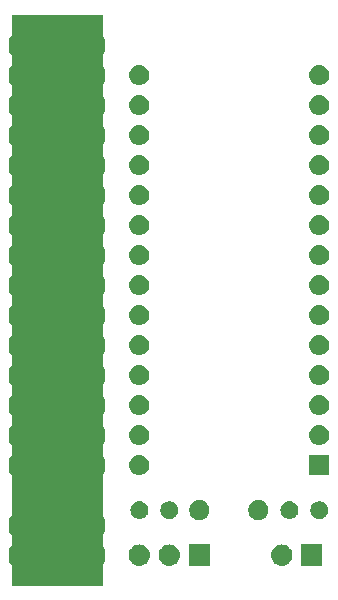
<source format=gbs>
G04 #@! TF.GenerationSoftware,KiCad,Pcbnew,(5.1.2-1)-1*
G04 #@! TF.CreationDate,2022-05-30T01:02:16+02:00*
G04 #@! TF.ProjectId,cart28p,63617274-3238-4702-9e6b-696361645f70,rev?*
G04 #@! TF.SameCoordinates,Original*
G04 #@! TF.FileFunction,Soldermask,Bot*
G04 #@! TF.FilePolarity,Negative*
%FSLAX46Y46*%
G04 Gerber Fmt 4.6, Leading zero omitted, Abs format (unit mm)*
G04 Created by KiCad (PCBNEW (5.1.2-1)-1) date 2022-05-30 01:02:16*
%MOMM*%
%LPD*%
G04 APERTURE LIST*
%ADD10C,0.100000*%
%ADD11C,0.150000*%
G04 APERTURE END LIST*
D10*
G36*
X55880000Y-27940000D02*
G01*
X55880000Y-76200000D01*
X63500000Y-76200000D01*
X63500000Y-27940000D01*
X55880000Y-27940000D01*
G37*
X55880000Y-27940000D02*
X55880000Y-76200000D01*
X63500000Y-76200000D01*
X63500000Y-27940000D01*
X55880000Y-27940000D01*
D11*
G36*
X82181000Y-74561000D02*
G01*
X80379000Y-74561000D01*
X80379000Y-72759000D01*
X82181000Y-72759000D01*
X82181000Y-74561000D01*
X82181000Y-74561000D01*
G37*
G36*
X78850442Y-72765518D02*
G01*
X78916627Y-72772037D01*
X79086466Y-72823557D01*
X79242991Y-72907222D01*
X79253087Y-72915508D01*
X79380186Y-73019814D01*
X79463448Y-73121271D01*
X79492778Y-73157009D01*
X79576443Y-73313534D01*
X79627963Y-73483373D01*
X79645359Y-73660000D01*
X79627963Y-73836627D01*
X79576443Y-74006466D01*
X79492778Y-74162991D01*
X79465694Y-74195993D01*
X79380186Y-74300186D01*
X79292902Y-74371817D01*
X79242991Y-74412778D01*
X79086466Y-74496443D01*
X78916627Y-74547963D01*
X78850442Y-74554482D01*
X78784260Y-74561000D01*
X78695740Y-74561000D01*
X78629558Y-74554482D01*
X78563373Y-74547963D01*
X78393534Y-74496443D01*
X78237009Y-74412778D01*
X78187098Y-74371817D01*
X78099814Y-74300186D01*
X78014306Y-74195993D01*
X77987222Y-74162991D01*
X77903557Y-74006466D01*
X77852037Y-73836627D01*
X77834641Y-73660000D01*
X77852037Y-73483373D01*
X77903557Y-73313534D01*
X77987222Y-73157009D01*
X78016552Y-73121271D01*
X78099814Y-73019814D01*
X78226913Y-72915508D01*
X78237009Y-72907222D01*
X78393534Y-72823557D01*
X78563373Y-72772037D01*
X78629558Y-72765518D01*
X78695740Y-72759000D01*
X78784260Y-72759000D01*
X78850442Y-72765518D01*
X78850442Y-72765518D01*
G37*
G36*
X72656000Y-74561000D02*
G01*
X70854000Y-74561000D01*
X70854000Y-72759000D01*
X72656000Y-72759000D01*
X72656000Y-74561000D01*
X72656000Y-74561000D01*
G37*
G36*
X69325442Y-72765518D02*
G01*
X69391627Y-72772037D01*
X69561466Y-72823557D01*
X69717991Y-72907222D01*
X69728087Y-72915508D01*
X69855186Y-73019814D01*
X69938448Y-73121271D01*
X69967778Y-73157009D01*
X70051443Y-73313534D01*
X70102963Y-73483373D01*
X70120359Y-73660000D01*
X70102963Y-73836627D01*
X70051443Y-74006466D01*
X69967778Y-74162991D01*
X69940694Y-74195993D01*
X69855186Y-74300186D01*
X69767902Y-74371817D01*
X69717991Y-74412778D01*
X69561466Y-74496443D01*
X69391627Y-74547963D01*
X69325442Y-74554482D01*
X69259260Y-74561000D01*
X69170740Y-74561000D01*
X69104558Y-74554482D01*
X69038373Y-74547963D01*
X68868534Y-74496443D01*
X68712009Y-74412778D01*
X68662098Y-74371817D01*
X68574814Y-74300186D01*
X68489306Y-74195993D01*
X68462222Y-74162991D01*
X68378557Y-74006466D01*
X68327037Y-73836627D01*
X68309641Y-73660000D01*
X68327037Y-73483373D01*
X68378557Y-73313534D01*
X68462222Y-73157009D01*
X68491552Y-73121271D01*
X68574814Y-73019814D01*
X68701913Y-72915508D01*
X68712009Y-72907222D01*
X68868534Y-72823557D01*
X69038373Y-72772037D01*
X69104558Y-72765518D01*
X69170740Y-72759000D01*
X69259260Y-72759000D01*
X69325442Y-72765518D01*
X69325442Y-72765518D01*
G37*
G36*
X66785442Y-72765518D02*
G01*
X66851627Y-72772037D01*
X67021466Y-72823557D01*
X67177991Y-72907222D01*
X67188087Y-72915508D01*
X67315186Y-73019814D01*
X67398448Y-73121271D01*
X67427778Y-73157009D01*
X67511443Y-73313534D01*
X67562963Y-73483373D01*
X67580359Y-73660000D01*
X67562963Y-73836627D01*
X67511443Y-74006466D01*
X67427778Y-74162991D01*
X67400694Y-74195993D01*
X67315186Y-74300186D01*
X67227902Y-74371817D01*
X67177991Y-74412778D01*
X67021466Y-74496443D01*
X66851627Y-74547963D01*
X66785442Y-74554482D01*
X66719260Y-74561000D01*
X66630740Y-74561000D01*
X66564558Y-74554482D01*
X66498373Y-74547963D01*
X66328534Y-74496443D01*
X66172009Y-74412778D01*
X66122098Y-74371817D01*
X66034814Y-74300186D01*
X65949306Y-74195993D01*
X65922222Y-74162991D01*
X65838557Y-74006466D01*
X65787037Y-73836627D01*
X65769641Y-73660000D01*
X65787037Y-73483373D01*
X65838557Y-73313534D01*
X65922222Y-73157009D01*
X65951552Y-73121271D01*
X66034814Y-73019814D01*
X66161913Y-72915508D01*
X66172009Y-72907222D01*
X66328534Y-72823557D01*
X66498373Y-72772037D01*
X66564558Y-72765518D01*
X66630740Y-72759000D01*
X66719260Y-72759000D01*
X66785442Y-72765518D01*
X66785442Y-72765518D01*
G37*
G36*
X63463993Y-72854203D02*
G01*
X63528411Y-72873744D01*
X63587781Y-72905478D01*
X63639817Y-72948183D01*
X63682522Y-73000219D01*
X63714256Y-73059589D01*
X63733797Y-73124007D01*
X63741000Y-73197140D01*
X63741000Y-74122860D01*
X63733797Y-74195993D01*
X63714256Y-74260411D01*
X63682522Y-74319781D01*
X63639817Y-74371817D01*
X63587781Y-74414522D01*
X63528411Y-74446256D01*
X63463993Y-74465797D01*
X63390860Y-74473000D01*
X55989140Y-74473000D01*
X55916007Y-74465797D01*
X55851589Y-74446256D01*
X55792219Y-74414522D01*
X55740183Y-74371817D01*
X55697478Y-74319781D01*
X55665744Y-74260411D01*
X55646203Y-74195993D01*
X55639000Y-74122860D01*
X55639000Y-73197140D01*
X55646203Y-73124007D01*
X55665744Y-73059589D01*
X55697478Y-73000219D01*
X55740183Y-72948183D01*
X55792219Y-72905478D01*
X55851589Y-72873744D01*
X55916007Y-72854203D01*
X55989140Y-72847000D01*
X63390860Y-72847000D01*
X63463993Y-72854203D01*
X63463993Y-72854203D01*
G37*
G36*
X63463993Y-70314203D02*
G01*
X63528411Y-70333744D01*
X63587781Y-70365478D01*
X63639817Y-70408183D01*
X63682522Y-70460219D01*
X63714256Y-70519589D01*
X63733797Y-70584007D01*
X63741000Y-70657140D01*
X63741000Y-71582860D01*
X63733797Y-71655993D01*
X63714256Y-71720411D01*
X63682522Y-71779781D01*
X63639817Y-71831817D01*
X63587781Y-71874522D01*
X63528411Y-71906256D01*
X63463993Y-71925797D01*
X63390860Y-71933000D01*
X55989140Y-71933000D01*
X55916007Y-71925797D01*
X55851589Y-71906256D01*
X55792219Y-71874522D01*
X55740183Y-71831817D01*
X55697478Y-71779781D01*
X55665744Y-71720411D01*
X55646203Y-71655993D01*
X55639000Y-71582860D01*
X55639000Y-70657140D01*
X55646203Y-70584007D01*
X55665744Y-70519589D01*
X55697478Y-70460219D01*
X55740183Y-70408183D01*
X55792219Y-70365478D01*
X55851589Y-70333744D01*
X55916007Y-70314203D01*
X55989140Y-70307000D01*
X63390860Y-70307000D01*
X63463993Y-70314203D01*
X63463993Y-70314203D01*
G37*
G36*
X77003228Y-69031703D02*
G01*
X77158100Y-69095853D01*
X77297481Y-69188985D01*
X77416015Y-69307519D01*
X77509147Y-69446900D01*
X77573297Y-69601772D01*
X77606000Y-69766184D01*
X77606000Y-69933816D01*
X77573297Y-70098228D01*
X77509147Y-70253100D01*
X77416015Y-70392481D01*
X77297481Y-70511015D01*
X77158100Y-70604147D01*
X77003228Y-70668297D01*
X76838816Y-70701000D01*
X76671184Y-70701000D01*
X76506772Y-70668297D01*
X76351900Y-70604147D01*
X76212519Y-70511015D01*
X76093985Y-70392481D01*
X76000853Y-70253100D01*
X75936703Y-70098228D01*
X75904000Y-69933816D01*
X75904000Y-69766184D01*
X75936703Y-69601772D01*
X76000853Y-69446900D01*
X76093985Y-69307519D01*
X76212519Y-69188985D01*
X76351900Y-69095853D01*
X76506772Y-69031703D01*
X76671184Y-68999000D01*
X76838816Y-68999000D01*
X77003228Y-69031703D01*
X77003228Y-69031703D01*
G37*
G36*
X72003228Y-69031703D02*
G01*
X72158100Y-69095853D01*
X72297481Y-69188985D01*
X72416015Y-69307519D01*
X72509147Y-69446900D01*
X72573297Y-69601772D01*
X72606000Y-69766184D01*
X72606000Y-69933816D01*
X72573297Y-70098228D01*
X72509147Y-70253100D01*
X72416015Y-70392481D01*
X72297481Y-70511015D01*
X72158100Y-70604147D01*
X72003228Y-70668297D01*
X71838816Y-70701000D01*
X71671184Y-70701000D01*
X71506772Y-70668297D01*
X71351900Y-70604147D01*
X71212519Y-70511015D01*
X71093985Y-70392481D01*
X71000853Y-70253100D01*
X70936703Y-70098228D01*
X70904000Y-69933816D01*
X70904000Y-69766184D01*
X70936703Y-69601772D01*
X71000853Y-69446900D01*
X71093985Y-69307519D01*
X71212519Y-69188985D01*
X71351900Y-69095853D01*
X71506772Y-69031703D01*
X71671184Y-68999000D01*
X71838816Y-68999000D01*
X72003228Y-69031703D01*
X72003228Y-69031703D01*
G37*
G36*
X66748665Y-69102622D02*
G01*
X66822222Y-69109867D01*
X66963786Y-69152810D01*
X67094252Y-69222546D01*
X67124040Y-69246992D01*
X67208607Y-69316393D01*
X67278008Y-69400960D01*
X67302454Y-69430748D01*
X67372190Y-69561214D01*
X67415133Y-69702778D01*
X67429633Y-69850000D01*
X67415133Y-69997222D01*
X67372190Y-70138786D01*
X67302454Y-70269252D01*
X67278008Y-70299040D01*
X67208607Y-70383607D01*
X67148004Y-70433341D01*
X67094252Y-70477454D01*
X67094250Y-70477455D01*
X67015424Y-70519589D01*
X66963786Y-70547190D01*
X66822222Y-70590133D01*
X66748665Y-70597378D01*
X66711888Y-70601000D01*
X66638112Y-70601000D01*
X66601335Y-70597378D01*
X66527778Y-70590133D01*
X66386214Y-70547190D01*
X66334577Y-70519589D01*
X66255750Y-70477455D01*
X66255748Y-70477454D01*
X66201996Y-70433341D01*
X66141393Y-70383607D01*
X66071992Y-70299040D01*
X66047546Y-70269252D01*
X65977810Y-70138786D01*
X65934867Y-69997222D01*
X65920367Y-69850000D01*
X65934867Y-69702778D01*
X65977810Y-69561214D01*
X66047546Y-69430748D01*
X66071992Y-69400960D01*
X66141393Y-69316393D01*
X66225960Y-69246992D01*
X66255748Y-69222546D01*
X66386214Y-69152810D01*
X66527778Y-69109867D01*
X66601335Y-69102622D01*
X66638112Y-69099000D01*
X66711888Y-69099000D01*
X66748665Y-69102622D01*
X66748665Y-69102622D01*
G37*
G36*
X79448665Y-69102622D02*
G01*
X79522222Y-69109867D01*
X79663786Y-69152810D01*
X79794252Y-69222546D01*
X79824040Y-69246992D01*
X79908607Y-69316393D01*
X79978008Y-69400960D01*
X80002454Y-69430748D01*
X80072190Y-69561214D01*
X80115133Y-69702778D01*
X80129633Y-69850000D01*
X80115133Y-69997222D01*
X80072190Y-70138786D01*
X80002454Y-70269252D01*
X79978008Y-70299040D01*
X79908607Y-70383607D01*
X79848004Y-70433341D01*
X79794252Y-70477454D01*
X79794250Y-70477455D01*
X79715424Y-70519589D01*
X79663786Y-70547190D01*
X79522222Y-70590133D01*
X79448665Y-70597378D01*
X79411888Y-70601000D01*
X79338112Y-70601000D01*
X79301335Y-70597378D01*
X79227778Y-70590133D01*
X79086214Y-70547190D01*
X79034577Y-70519589D01*
X78955750Y-70477455D01*
X78955748Y-70477454D01*
X78901996Y-70433341D01*
X78841393Y-70383607D01*
X78771992Y-70299040D01*
X78747546Y-70269252D01*
X78677810Y-70138786D01*
X78634867Y-69997222D01*
X78620367Y-69850000D01*
X78634867Y-69702778D01*
X78677810Y-69561214D01*
X78747546Y-69430748D01*
X78771992Y-69400960D01*
X78841393Y-69316393D01*
X78925960Y-69246992D01*
X78955748Y-69222546D01*
X79086214Y-69152810D01*
X79227778Y-69109867D01*
X79301335Y-69102622D01*
X79338112Y-69099000D01*
X79411888Y-69099000D01*
X79448665Y-69102622D01*
X79448665Y-69102622D01*
G37*
G36*
X69434059Y-69127860D02*
G01*
X69494294Y-69152810D01*
X69570732Y-69184472D01*
X69693735Y-69266660D01*
X69798340Y-69371265D01*
X69880528Y-69494268D01*
X69937140Y-69630941D01*
X69966000Y-69776033D01*
X69966000Y-69923967D01*
X69937140Y-70069059D01*
X69880528Y-70205732D01*
X69798340Y-70328735D01*
X69693735Y-70433340D01*
X69570732Y-70515528D01*
X69570731Y-70515529D01*
X69570730Y-70515529D01*
X69434059Y-70572140D01*
X69288968Y-70601000D01*
X69141032Y-70601000D01*
X68995941Y-70572140D01*
X68859270Y-70515529D01*
X68859269Y-70515529D01*
X68859268Y-70515528D01*
X68736265Y-70433340D01*
X68631660Y-70328735D01*
X68549472Y-70205732D01*
X68492860Y-70069059D01*
X68464000Y-69923967D01*
X68464000Y-69776033D01*
X68492860Y-69630941D01*
X68549472Y-69494268D01*
X68631660Y-69371265D01*
X68736265Y-69266660D01*
X68859268Y-69184472D01*
X68935707Y-69152810D01*
X68995941Y-69127860D01*
X69141032Y-69099000D01*
X69288968Y-69099000D01*
X69434059Y-69127860D01*
X69434059Y-69127860D01*
G37*
G36*
X82134059Y-69127860D02*
G01*
X82194294Y-69152810D01*
X82270732Y-69184472D01*
X82393735Y-69266660D01*
X82498340Y-69371265D01*
X82580528Y-69494268D01*
X82637140Y-69630941D01*
X82666000Y-69776033D01*
X82666000Y-69923967D01*
X82637140Y-70069059D01*
X82580528Y-70205732D01*
X82498340Y-70328735D01*
X82393735Y-70433340D01*
X82270732Y-70515528D01*
X82270731Y-70515529D01*
X82270730Y-70515529D01*
X82134059Y-70572140D01*
X81988968Y-70601000D01*
X81841032Y-70601000D01*
X81695941Y-70572140D01*
X81559270Y-70515529D01*
X81559269Y-70515529D01*
X81559268Y-70515528D01*
X81436265Y-70433340D01*
X81331660Y-70328735D01*
X81249472Y-70205732D01*
X81192860Y-70069059D01*
X81164000Y-69923967D01*
X81164000Y-69776033D01*
X81192860Y-69630941D01*
X81249472Y-69494268D01*
X81331660Y-69371265D01*
X81436265Y-69266660D01*
X81559268Y-69184472D01*
X81635707Y-69152810D01*
X81695941Y-69127860D01*
X81841032Y-69099000D01*
X81988968Y-69099000D01*
X82134059Y-69127860D01*
X82134059Y-69127860D01*
G37*
G36*
X82766000Y-66891000D02*
G01*
X81064000Y-66891000D01*
X81064000Y-65189000D01*
X82766000Y-65189000D01*
X82766000Y-66891000D01*
X82766000Y-66891000D01*
G37*
G36*
X66841823Y-65201313D02*
G01*
X67002242Y-65249976D01*
X67087426Y-65295508D01*
X67150078Y-65328996D01*
X67279659Y-65435341D01*
X67386004Y-65564922D01*
X67386005Y-65564924D01*
X67465024Y-65712758D01*
X67513687Y-65873177D01*
X67530117Y-66040000D01*
X67513687Y-66206823D01*
X67465024Y-66367242D01*
X67394114Y-66499906D01*
X67386004Y-66515078D01*
X67279659Y-66644659D01*
X67150078Y-66751004D01*
X67150076Y-66751005D01*
X67002242Y-66830024D01*
X66841823Y-66878687D01*
X66716804Y-66891000D01*
X66633196Y-66891000D01*
X66508177Y-66878687D01*
X66347758Y-66830024D01*
X66199924Y-66751005D01*
X66199922Y-66751004D01*
X66070341Y-66644659D01*
X65963996Y-66515078D01*
X65955886Y-66499906D01*
X65884976Y-66367242D01*
X65836313Y-66206823D01*
X65819883Y-66040000D01*
X65836313Y-65873177D01*
X65884976Y-65712758D01*
X65963995Y-65564924D01*
X65963996Y-65564922D01*
X66070341Y-65435341D01*
X66199922Y-65328996D01*
X66262574Y-65295508D01*
X66347758Y-65249976D01*
X66508177Y-65201313D01*
X66633196Y-65189000D01*
X66716804Y-65189000D01*
X66841823Y-65201313D01*
X66841823Y-65201313D01*
G37*
G36*
X63463993Y-65234203D02*
G01*
X63528411Y-65253744D01*
X63587781Y-65285478D01*
X63639817Y-65328183D01*
X63682522Y-65380219D01*
X63714256Y-65439589D01*
X63733797Y-65504007D01*
X63741000Y-65577140D01*
X63741000Y-66502860D01*
X63733797Y-66575993D01*
X63714256Y-66640411D01*
X63682522Y-66699781D01*
X63639817Y-66751817D01*
X63587781Y-66794522D01*
X63528411Y-66826256D01*
X63463993Y-66845797D01*
X63390860Y-66853000D01*
X55989140Y-66853000D01*
X55916007Y-66845797D01*
X55851589Y-66826256D01*
X55792219Y-66794522D01*
X55740183Y-66751817D01*
X55697478Y-66699781D01*
X55665744Y-66640411D01*
X55646203Y-66575993D01*
X55639000Y-66502860D01*
X55639000Y-65577140D01*
X55646203Y-65504007D01*
X55665744Y-65439589D01*
X55697478Y-65380219D01*
X55740183Y-65328183D01*
X55792219Y-65285478D01*
X55851589Y-65253744D01*
X55916007Y-65234203D01*
X55989140Y-65227000D01*
X63390860Y-65227000D01*
X63463993Y-65234203D01*
X63463993Y-65234203D01*
G37*
G36*
X82081823Y-62661313D02*
G01*
X82242242Y-62709976D01*
X82327426Y-62755508D01*
X82390078Y-62788996D01*
X82519659Y-62895341D01*
X82626004Y-63024922D01*
X82626005Y-63024924D01*
X82705024Y-63172758D01*
X82753687Y-63333177D01*
X82770117Y-63500000D01*
X82753687Y-63666823D01*
X82705024Y-63827242D01*
X82634114Y-63959906D01*
X82626004Y-63975078D01*
X82519659Y-64104659D01*
X82390078Y-64211004D01*
X82390076Y-64211005D01*
X82242242Y-64290024D01*
X82081823Y-64338687D01*
X81956804Y-64351000D01*
X81873196Y-64351000D01*
X81748177Y-64338687D01*
X81587758Y-64290024D01*
X81439924Y-64211005D01*
X81439922Y-64211004D01*
X81310341Y-64104659D01*
X81203996Y-63975078D01*
X81195886Y-63959906D01*
X81124976Y-63827242D01*
X81076313Y-63666823D01*
X81059883Y-63500000D01*
X81076313Y-63333177D01*
X81124976Y-63172758D01*
X81203995Y-63024924D01*
X81203996Y-63024922D01*
X81310341Y-62895341D01*
X81439922Y-62788996D01*
X81502574Y-62755508D01*
X81587758Y-62709976D01*
X81748177Y-62661313D01*
X81873196Y-62649000D01*
X81956804Y-62649000D01*
X82081823Y-62661313D01*
X82081823Y-62661313D01*
G37*
G36*
X66841823Y-62661313D02*
G01*
X67002242Y-62709976D01*
X67087426Y-62755508D01*
X67150078Y-62788996D01*
X67279659Y-62895341D01*
X67386004Y-63024922D01*
X67386005Y-63024924D01*
X67465024Y-63172758D01*
X67513687Y-63333177D01*
X67530117Y-63500000D01*
X67513687Y-63666823D01*
X67465024Y-63827242D01*
X67394114Y-63959906D01*
X67386004Y-63975078D01*
X67279659Y-64104659D01*
X67150078Y-64211004D01*
X67150076Y-64211005D01*
X67002242Y-64290024D01*
X66841823Y-64338687D01*
X66716804Y-64351000D01*
X66633196Y-64351000D01*
X66508177Y-64338687D01*
X66347758Y-64290024D01*
X66199924Y-64211005D01*
X66199922Y-64211004D01*
X66070341Y-64104659D01*
X65963996Y-63975078D01*
X65955886Y-63959906D01*
X65884976Y-63827242D01*
X65836313Y-63666823D01*
X65819883Y-63500000D01*
X65836313Y-63333177D01*
X65884976Y-63172758D01*
X65963995Y-63024924D01*
X65963996Y-63024922D01*
X66070341Y-62895341D01*
X66199922Y-62788996D01*
X66262574Y-62755508D01*
X66347758Y-62709976D01*
X66508177Y-62661313D01*
X66633196Y-62649000D01*
X66716804Y-62649000D01*
X66841823Y-62661313D01*
X66841823Y-62661313D01*
G37*
G36*
X63463993Y-62694203D02*
G01*
X63528411Y-62713744D01*
X63587781Y-62745478D01*
X63639817Y-62788183D01*
X63682522Y-62840219D01*
X63714256Y-62899589D01*
X63733797Y-62964007D01*
X63741000Y-63037140D01*
X63741000Y-63962860D01*
X63733797Y-64035993D01*
X63714256Y-64100411D01*
X63682522Y-64159781D01*
X63639817Y-64211817D01*
X63587781Y-64254522D01*
X63528411Y-64286256D01*
X63463993Y-64305797D01*
X63390860Y-64313000D01*
X55989140Y-64313000D01*
X55916007Y-64305797D01*
X55851589Y-64286256D01*
X55792219Y-64254522D01*
X55740183Y-64211817D01*
X55697478Y-64159781D01*
X55665744Y-64100411D01*
X55646203Y-64035993D01*
X55639000Y-63962860D01*
X55639000Y-63037140D01*
X55646203Y-62964007D01*
X55665744Y-62899589D01*
X55697478Y-62840219D01*
X55740183Y-62788183D01*
X55792219Y-62745478D01*
X55851589Y-62713744D01*
X55916007Y-62694203D01*
X55989140Y-62687000D01*
X63390860Y-62687000D01*
X63463993Y-62694203D01*
X63463993Y-62694203D01*
G37*
G36*
X82081823Y-60121313D02*
G01*
X82242242Y-60169976D01*
X82327426Y-60215508D01*
X82390078Y-60248996D01*
X82519659Y-60355341D01*
X82626004Y-60484922D01*
X82626005Y-60484924D01*
X82705024Y-60632758D01*
X82753687Y-60793177D01*
X82770117Y-60960000D01*
X82753687Y-61126823D01*
X82705024Y-61287242D01*
X82634114Y-61419906D01*
X82626004Y-61435078D01*
X82519659Y-61564659D01*
X82390078Y-61671004D01*
X82390076Y-61671005D01*
X82242242Y-61750024D01*
X82081823Y-61798687D01*
X81956804Y-61811000D01*
X81873196Y-61811000D01*
X81748177Y-61798687D01*
X81587758Y-61750024D01*
X81439924Y-61671005D01*
X81439922Y-61671004D01*
X81310341Y-61564659D01*
X81203996Y-61435078D01*
X81195886Y-61419906D01*
X81124976Y-61287242D01*
X81076313Y-61126823D01*
X81059883Y-60960000D01*
X81076313Y-60793177D01*
X81124976Y-60632758D01*
X81203995Y-60484924D01*
X81203996Y-60484922D01*
X81310341Y-60355341D01*
X81439922Y-60248996D01*
X81502574Y-60215508D01*
X81587758Y-60169976D01*
X81748177Y-60121313D01*
X81873196Y-60109000D01*
X81956804Y-60109000D01*
X82081823Y-60121313D01*
X82081823Y-60121313D01*
G37*
G36*
X66841823Y-60121313D02*
G01*
X67002242Y-60169976D01*
X67087426Y-60215508D01*
X67150078Y-60248996D01*
X67279659Y-60355341D01*
X67386004Y-60484922D01*
X67386005Y-60484924D01*
X67465024Y-60632758D01*
X67513687Y-60793177D01*
X67530117Y-60960000D01*
X67513687Y-61126823D01*
X67465024Y-61287242D01*
X67394114Y-61419906D01*
X67386004Y-61435078D01*
X67279659Y-61564659D01*
X67150078Y-61671004D01*
X67150076Y-61671005D01*
X67002242Y-61750024D01*
X66841823Y-61798687D01*
X66716804Y-61811000D01*
X66633196Y-61811000D01*
X66508177Y-61798687D01*
X66347758Y-61750024D01*
X66199924Y-61671005D01*
X66199922Y-61671004D01*
X66070341Y-61564659D01*
X65963996Y-61435078D01*
X65955886Y-61419906D01*
X65884976Y-61287242D01*
X65836313Y-61126823D01*
X65819883Y-60960000D01*
X65836313Y-60793177D01*
X65884976Y-60632758D01*
X65963995Y-60484924D01*
X65963996Y-60484922D01*
X66070341Y-60355341D01*
X66199922Y-60248996D01*
X66262574Y-60215508D01*
X66347758Y-60169976D01*
X66508177Y-60121313D01*
X66633196Y-60109000D01*
X66716804Y-60109000D01*
X66841823Y-60121313D01*
X66841823Y-60121313D01*
G37*
G36*
X63463993Y-60154203D02*
G01*
X63528411Y-60173744D01*
X63587781Y-60205478D01*
X63639817Y-60248183D01*
X63682522Y-60300219D01*
X63714256Y-60359589D01*
X63733797Y-60424007D01*
X63741000Y-60497140D01*
X63741000Y-61422860D01*
X63733797Y-61495993D01*
X63714256Y-61560411D01*
X63682522Y-61619781D01*
X63639817Y-61671817D01*
X63587781Y-61714522D01*
X63528411Y-61746256D01*
X63463993Y-61765797D01*
X63390860Y-61773000D01*
X55989140Y-61773000D01*
X55916007Y-61765797D01*
X55851589Y-61746256D01*
X55792219Y-61714522D01*
X55740183Y-61671817D01*
X55697478Y-61619781D01*
X55665744Y-61560411D01*
X55646203Y-61495993D01*
X55639000Y-61422860D01*
X55639000Y-60497140D01*
X55646203Y-60424007D01*
X55665744Y-60359589D01*
X55697478Y-60300219D01*
X55740183Y-60248183D01*
X55792219Y-60205478D01*
X55851589Y-60173744D01*
X55916007Y-60154203D01*
X55989140Y-60147000D01*
X63390860Y-60147000D01*
X63463993Y-60154203D01*
X63463993Y-60154203D01*
G37*
G36*
X82081823Y-57581313D02*
G01*
X82242242Y-57629976D01*
X82327426Y-57675508D01*
X82390078Y-57708996D01*
X82519659Y-57815341D01*
X82626004Y-57944922D01*
X82626005Y-57944924D01*
X82705024Y-58092758D01*
X82753687Y-58253177D01*
X82770117Y-58420000D01*
X82753687Y-58586823D01*
X82705024Y-58747242D01*
X82634114Y-58879906D01*
X82626004Y-58895078D01*
X82519659Y-59024659D01*
X82390078Y-59131004D01*
X82390076Y-59131005D01*
X82242242Y-59210024D01*
X82081823Y-59258687D01*
X81956804Y-59271000D01*
X81873196Y-59271000D01*
X81748177Y-59258687D01*
X81587758Y-59210024D01*
X81439924Y-59131005D01*
X81439922Y-59131004D01*
X81310341Y-59024659D01*
X81203996Y-58895078D01*
X81195886Y-58879906D01*
X81124976Y-58747242D01*
X81076313Y-58586823D01*
X81059883Y-58420000D01*
X81076313Y-58253177D01*
X81124976Y-58092758D01*
X81203995Y-57944924D01*
X81203996Y-57944922D01*
X81310341Y-57815341D01*
X81439922Y-57708996D01*
X81502574Y-57675508D01*
X81587758Y-57629976D01*
X81748177Y-57581313D01*
X81873196Y-57569000D01*
X81956804Y-57569000D01*
X82081823Y-57581313D01*
X82081823Y-57581313D01*
G37*
G36*
X66841823Y-57581313D02*
G01*
X67002242Y-57629976D01*
X67087426Y-57675508D01*
X67150078Y-57708996D01*
X67279659Y-57815341D01*
X67386004Y-57944922D01*
X67386005Y-57944924D01*
X67465024Y-58092758D01*
X67513687Y-58253177D01*
X67530117Y-58420000D01*
X67513687Y-58586823D01*
X67465024Y-58747242D01*
X67394114Y-58879906D01*
X67386004Y-58895078D01*
X67279659Y-59024659D01*
X67150078Y-59131004D01*
X67150076Y-59131005D01*
X67002242Y-59210024D01*
X66841823Y-59258687D01*
X66716804Y-59271000D01*
X66633196Y-59271000D01*
X66508177Y-59258687D01*
X66347758Y-59210024D01*
X66199924Y-59131005D01*
X66199922Y-59131004D01*
X66070341Y-59024659D01*
X65963996Y-58895078D01*
X65955886Y-58879906D01*
X65884976Y-58747242D01*
X65836313Y-58586823D01*
X65819883Y-58420000D01*
X65836313Y-58253177D01*
X65884976Y-58092758D01*
X65963995Y-57944924D01*
X65963996Y-57944922D01*
X66070341Y-57815341D01*
X66199922Y-57708996D01*
X66262574Y-57675508D01*
X66347758Y-57629976D01*
X66508177Y-57581313D01*
X66633196Y-57569000D01*
X66716804Y-57569000D01*
X66841823Y-57581313D01*
X66841823Y-57581313D01*
G37*
G36*
X63463993Y-57614203D02*
G01*
X63528411Y-57633744D01*
X63587781Y-57665478D01*
X63639817Y-57708183D01*
X63682522Y-57760219D01*
X63714256Y-57819589D01*
X63733797Y-57884007D01*
X63741000Y-57957140D01*
X63741000Y-58882860D01*
X63733797Y-58955993D01*
X63714256Y-59020411D01*
X63682522Y-59079781D01*
X63639817Y-59131817D01*
X63587781Y-59174522D01*
X63528411Y-59206256D01*
X63463993Y-59225797D01*
X63390860Y-59233000D01*
X55989140Y-59233000D01*
X55916007Y-59225797D01*
X55851589Y-59206256D01*
X55792219Y-59174522D01*
X55740183Y-59131817D01*
X55697478Y-59079781D01*
X55665744Y-59020411D01*
X55646203Y-58955993D01*
X55639000Y-58882860D01*
X55639000Y-57957140D01*
X55646203Y-57884007D01*
X55665744Y-57819589D01*
X55697478Y-57760219D01*
X55740183Y-57708183D01*
X55792219Y-57665478D01*
X55851589Y-57633744D01*
X55916007Y-57614203D01*
X55989140Y-57607000D01*
X63390860Y-57607000D01*
X63463993Y-57614203D01*
X63463993Y-57614203D01*
G37*
G36*
X82081823Y-55041313D02*
G01*
X82242242Y-55089976D01*
X82327426Y-55135508D01*
X82390078Y-55168996D01*
X82519659Y-55275341D01*
X82626004Y-55404922D01*
X82626005Y-55404924D01*
X82705024Y-55552758D01*
X82753687Y-55713177D01*
X82770117Y-55880000D01*
X82753687Y-56046823D01*
X82705024Y-56207242D01*
X82634114Y-56339906D01*
X82626004Y-56355078D01*
X82519659Y-56484659D01*
X82390078Y-56591004D01*
X82390076Y-56591005D01*
X82242242Y-56670024D01*
X82081823Y-56718687D01*
X81956804Y-56731000D01*
X81873196Y-56731000D01*
X81748177Y-56718687D01*
X81587758Y-56670024D01*
X81439924Y-56591005D01*
X81439922Y-56591004D01*
X81310341Y-56484659D01*
X81203996Y-56355078D01*
X81195886Y-56339906D01*
X81124976Y-56207242D01*
X81076313Y-56046823D01*
X81059883Y-55880000D01*
X81076313Y-55713177D01*
X81124976Y-55552758D01*
X81203995Y-55404924D01*
X81203996Y-55404922D01*
X81310341Y-55275341D01*
X81439922Y-55168996D01*
X81502574Y-55135508D01*
X81587758Y-55089976D01*
X81748177Y-55041313D01*
X81873196Y-55029000D01*
X81956804Y-55029000D01*
X82081823Y-55041313D01*
X82081823Y-55041313D01*
G37*
G36*
X66841823Y-55041313D02*
G01*
X67002242Y-55089976D01*
X67087426Y-55135508D01*
X67150078Y-55168996D01*
X67279659Y-55275341D01*
X67386004Y-55404922D01*
X67386005Y-55404924D01*
X67465024Y-55552758D01*
X67513687Y-55713177D01*
X67530117Y-55880000D01*
X67513687Y-56046823D01*
X67465024Y-56207242D01*
X67394114Y-56339906D01*
X67386004Y-56355078D01*
X67279659Y-56484659D01*
X67150078Y-56591004D01*
X67150076Y-56591005D01*
X67002242Y-56670024D01*
X66841823Y-56718687D01*
X66716804Y-56731000D01*
X66633196Y-56731000D01*
X66508177Y-56718687D01*
X66347758Y-56670024D01*
X66199924Y-56591005D01*
X66199922Y-56591004D01*
X66070341Y-56484659D01*
X65963996Y-56355078D01*
X65955886Y-56339906D01*
X65884976Y-56207242D01*
X65836313Y-56046823D01*
X65819883Y-55880000D01*
X65836313Y-55713177D01*
X65884976Y-55552758D01*
X65963995Y-55404924D01*
X65963996Y-55404922D01*
X66070341Y-55275341D01*
X66199922Y-55168996D01*
X66262574Y-55135508D01*
X66347758Y-55089976D01*
X66508177Y-55041313D01*
X66633196Y-55029000D01*
X66716804Y-55029000D01*
X66841823Y-55041313D01*
X66841823Y-55041313D01*
G37*
G36*
X63463993Y-55074203D02*
G01*
X63528411Y-55093744D01*
X63587781Y-55125478D01*
X63639817Y-55168183D01*
X63682522Y-55220219D01*
X63714256Y-55279589D01*
X63733797Y-55344007D01*
X63741000Y-55417140D01*
X63741000Y-56342860D01*
X63733797Y-56415993D01*
X63714256Y-56480411D01*
X63682522Y-56539781D01*
X63639817Y-56591817D01*
X63587781Y-56634522D01*
X63528411Y-56666256D01*
X63463993Y-56685797D01*
X63390860Y-56693000D01*
X55989140Y-56693000D01*
X55916007Y-56685797D01*
X55851589Y-56666256D01*
X55792219Y-56634522D01*
X55740183Y-56591817D01*
X55697478Y-56539781D01*
X55665744Y-56480411D01*
X55646203Y-56415993D01*
X55639000Y-56342860D01*
X55639000Y-55417140D01*
X55646203Y-55344007D01*
X55665744Y-55279589D01*
X55697478Y-55220219D01*
X55740183Y-55168183D01*
X55792219Y-55125478D01*
X55851589Y-55093744D01*
X55916007Y-55074203D01*
X55989140Y-55067000D01*
X63390860Y-55067000D01*
X63463993Y-55074203D01*
X63463993Y-55074203D01*
G37*
G36*
X82081823Y-52501313D02*
G01*
X82242242Y-52549976D01*
X82327426Y-52595508D01*
X82390078Y-52628996D01*
X82519659Y-52735341D01*
X82626004Y-52864922D01*
X82626005Y-52864924D01*
X82705024Y-53012758D01*
X82753687Y-53173177D01*
X82770117Y-53340000D01*
X82753687Y-53506823D01*
X82705024Y-53667242D01*
X82634114Y-53799906D01*
X82626004Y-53815078D01*
X82519659Y-53944659D01*
X82390078Y-54051004D01*
X82390076Y-54051005D01*
X82242242Y-54130024D01*
X82081823Y-54178687D01*
X81956804Y-54191000D01*
X81873196Y-54191000D01*
X81748177Y-54178687D01*
X81587758Y-54130024D01*
X81439924Y-54051005D01*
X81439922Y-54051004D01*
X81310341Y-53944659D01*
X81203996Y-53815078D01*
X81195886Y-53799906D01*
X81124976Y-53667242D01*
X81076313Y-53506823D01*
X81059883Y-53340000D01*
X81076313Y-53173177D01*
X81124976Y-53012758D01*
X81203995Y-52864924D01*
X81203996Y-52864922D01*
X81310341Y-52735341D01*
X81439922Y-52628996D01*
X81502574Y-52595508D01*
X81587758Y-52549976D01*
X81748177Y-52501313D01*
X81873196Y-52489000D01*
X81956804Y-52489000D01*
X82081823Y-52501313D01*
X82081823Y-52501313D01*
G37*
G36*
X66841823Y-52501313D02*
G01*
X67002242Y-52549976D01*
X67087426Y-52595508D01*
X67150078Y-52628996D01*
X67279659Y-52735341D01*
X67386004Y-52864922D01*
X67386005Y-52864924D01*
X67465024Y-53012758D01*
X67513687Y-53173177D01*
X67530117Y-53340000D01*
X67513687Y-53506823D01*
X67465024Y-53667242D01*
X67394114Y-53799906D01*
X67386004Y-53815078D01*
X67279659Y-53944659D01*
X67150078Y-54051004D01*
X67150076Y-54051005D01*
X67002242Y-54130024D01*
X66841823Y-54178687D01*
X66716804Y-54191000D01*
X66633196Y-54191000D01*
X66508177Y-54178687D01*
X66347758Y-54130024D01*
X66199924Y-54051005D01*
X66199922Y-54051004D01*
X66070341Y-53944659D01*
X65963996Y-53815078D01*
X65955886Y-53799906D01*
X65884976Y-53667242D01*
X65836313Y-53506823D01*
X65819883Y-53340000D01*
X65836313Y-53173177D01*
X65884976Y-53012758D01*
X65963995Y-52864924D01*
X65963996Y-52864922D01*
X66070341Y-52735341D01*
X66199922Y-52628996D01*
X66262574Y-52595508D01*
X66347758Y-52549976D01*
X66508177Y-52501313D01*
X66633196Y-52489000D01*
X66716804Y-52489000D01*
X66841823Y-52501313D01*
X66841823Y-52501313D01*
G37*
G36*
X63463993Y-52534203D02*
G01*
X63528411Y-52553744D01*
X63587781Y-52585478D01*
X63639817Y-52628183D01*
X63682522Y-52680219D01*
X63714256Y-52739589D01*
X63733797Y-52804007D01*
X63741000Y-52877140D01*
X63741000Y-53802860D01*
X63733797Y-53875993D01*
X63714256Y-53940411D01*
X63682522Y-53999781D01*
X63639817Y-54051817D01*
X63587781Y-54094522D01*
X63528411Y-54126256D01*
X63463993Y-54145797D01*
X63390860Y-54153000D01*
X55989140Y-54153000D01*
X55916007Y-54145797D01*
X55851589Y-54126256D01*
X55792219Y-54094522D01*
X55740183Y-54051817D01*
X55697478Y-53999781D01*
X55665744Y-53940411D01*
X55646203Y-53875993D01*
X55639000Y-53802860D01*
X55639000Y-52877140D01*
X55646203Y-52804007D01*
X55665744Y-52739589D01*
X55697478Y-52680219D01*
X55740183Y-52628183D01*
X55792219Y-52585478D01*
X55851589Y-52553744D01*
X55916007Y-52534203D01*
X55989140Y-52527000D01*
X63390860Y-52527000D01*
X63463993Y-52534203D01*
X63463993Y-52534203D01*
G37*
G36*
X66841823Y-49961313D02*
G01*
X67002242Y-50009976D01*
X67087426Y-50055508D01*
X67150078Y-50088996D01*
X67279659Y-50195341D01*
X67386004Y-50324922D01*
X67386005Y-50324924D01*
X67465024Y-50472758D01*
X67513687Y-50633177D01*
X67530117Y-50800000D01*
X67513687Y-50966823D01*
X67465024Y-51127242D01*
X67394114Y-51259906D01*
X67386004Y-51275078D01*
X67279659Y-51404659D01*
X67150078Y-51511004D01*
X67150076Y-51511005D01*
X67002242Y-51590024D01*
X66841823Y-51638687D01*
X66716804Y-51651000D01*
X66633196Y-51651000D01*
X66508177Y-51638687D01*
X66347758Y-51590024D01*
X66199924Y-51511005D01*
X66199922Y-51511004D01*
X66070341Y-51404659D01*
X65963996Y-51275078D01*
X65955886Y-51259906D01*
X65884976Y-51127242D01*
X65836313Y-50966823D01*
X65819883Y-50800000D01*
X65836313Y-50633177D01*
X65884976Y-50472758D01*
X65963995Y-50324924D01*
X65963996Y-50324922D01*
X66070341Y-50195341D01*
X66199922Y-50088996D01*
X66262574Y-50055508D01*
X66347758Y-50009976D01*
X66508177Y-49961313D01*
X66633196Y-49949000D01*
X66716804Y-49949000D01*
X66841823Y-49961313D01*
X66841823Y-49961313D01*
G37*
G36*
X82081823Y-49961313D02*
G01*
X82242242Y-50009976D01*
X82327426Y-50055508D01*
X82390078Y-50088996D01*
X82519659Y-50195341D01*
X82626004Y-50324922D01*
X82626005Y-50324924D01*
X82705024Y-50472758D01*
X82753687Y-50633177D01*
X82770117Y-50800000D01*
X82753687Y-50966823D01*
X82705024Y-51127242D01*
X82634114Y-51259906D01*
X82626004Y-51275078D01*
X82519659Y-51404659D01*
X82390078Y-51511004D01*
X82390076Y-51511005D01*
X82242242Y-51590024D01*
X82081823Y-51638687D01*
X81956804Y-51651000D01*
X81873196Y-51651000D01*
X81748177Y-51638687D01*
X81587758Y-51590024D01*
X81439924Y-51511005D01*
X81439922Y-51511004D01*
X81310341Y-51404659D01*
X81203996Y-51275078D01*
X81195886Y-51259906D01*
X81124976Y-51127242D01*
X81076313Y-50966823D01*
X81059883Y-50800000D01*
X81076313Y-50633177D01*
X81124976Y-50472758D01*
X81203995Y-50324924D01*
X81203996Y-50324922D01*
X81310341Y-50195341D01*
X81439922Y-50088996D01*
X81502574Y-50055508D01*
X81587758Y-50009976D01*
X81748177Y-49961313D01*
X81873196Y-49949000D01*
X81956804Y-49949000D01*
X82081823Y-49961313D01*
X82081823Y-49961313D01*
G37*
G36*
X63463993Y-49994203D02*
G01*
X63528411Y-50013744D01*
X63587781Y-50045478D01*
X63639817Y-50088183D01*
X63682522Y-50140219D01*
X63714256Y-50199589D01*
X63733797Y-50264007D01*
X63741000Y-50337140D01*
X63741000Y-51262860D01*
X63733797Y-51335993D01*
X63714256Y-51400411D01*
X63682522Y-51459781D01*
X63639817Y-51511817D01*
X63587781Y-51554522D01*
X63528411Y-51586256D01*
X63463993Y-51605797D01*
X63390860Y-51613000D01*
X55989140Y-51613000D01*
X55916007Y-51605797D01*
X55851589Y-51586256D01*
X55792219Y-51554522D01*
X55740183Y-51511817D01*
X55697478Y-51459781D01*
X55665744Y-51400411D01*
X55646203Y-51335993D01*
X55639000Y-51262860D01*
X55639000Y-50337140D01*
X55646203Y-50264007D01*
X55665744Y-50199589D01*
X55697478Y-50140219D01*
X55740183Y-50088183D01*
X55792219Y-50045478D01*
X55851589Y-50013744D01*
X55916007Y-49994203D01*
X55989140Y-49987000D01*
X63390860Y-49987000D01*
X63463993Y-49994203D01*
X63463993Y-49994203D01*
G37*
G36*
X82081823Y-47421313D02*
G01*
X82242242Y-47469976D01*
X82327426Y-47515508D01*
X82390078Y-47548996D01*
X82519659Y-47655341D01*
X82626004Y-47784922D01*
X82626005Y-47784924D01*
X82705024Y-47932758D01*
X82753687Y-48093177D01*
X82770117Y-48260000D01*
X82753687Y-48426823D01*
X82705024Y-48587242D01*
X82634114Y-48719906D01*
X82626004Y-48735078D01*
X82519659Y-48864659D01*
X82390078Y-48971004D01*
X82390076Y-48971005D01*
X82242242Y-49050024D01*
X82081823Y-49098687D01*
X81956804Y-49111000D01*
X81873196Y-49111000D01*
X81748177Y-49098687D01*
X81587758Y-49050024D01*
X81439924Y-48971005D01*
X81439922Y-48971004D01*
X81310341Y-48864659D01*
X81203996Y-48735078D01*
X81195886Y-48719906D01*
X81124976Y-48587242D01*
X81076313Y-48426823D01*
X81059883Y-48260000D01*
X81076313Y-48093177D01*
X81124976Y-47932758D01*
X81203995Y-47784924D01*
X81203996Y-47784922D01*
X81310341Y-47655341D01*
X81439922Y-47548996D01*
X81502574Y-47515508D01*
X81587758Y-47469976D01*
X81748177Y-47421313D01*
X81873196Y-47409000D01*
X81956804Y-47409000D01*
X82081823Y-47421313D01*
X82081823Y-47421313D01*
G37*
G36*
X66841823Y-47421313D02*
G01*
X67002242Y-47469976D01*
X67087426Y-47515508D01*
X67150078Y-47548996D01*
X67279659Y-47655341D01*
X67386004Y-47784922D01*
X67386005Y-47784924D01*
X67465024Y-47932758D01*
X67513687Y-48093177D01*
X67530117Y-48260000D01*
X67513687Y-48426823D01*
X67465024Y-48587242D01*
X67394114Y-48719906D01*
X67386004Y-48735078D01*
X67279659Y-48864659D01*
X67150078Y-48971004D01*
X67150076Y-48971005D01*
X67002242Y-49050024D01*
X66841823Y-49098687D01*
X66716804Y-49111000D01*
X66633196Y-49111000D01*
X66508177Y-49098687D01*
X66347758Y-49050024D01*
X66199924Y-48971005D01*
X66199922Y-48971004D01*
X66070341Y-48864659D01*
X65963996Y-48735078D01*
X65955886Y-48719906D01*
X65884976Y-48587242D01*
X65836313Y-48426823D01*
X65819883Y-48260000D01*
X65836313Y-48093177D01*
X65884976Y-47932758D01*
X65963995Y-47784924D01*
X65963996Y-47784922D01*
X66070341Y-47655341D01*
X66199922Y-47548996D01*
X66262574Y-47515508D01*
X66347758Y-47469976D01*
X66508177Y-47421313D01*
X66633196Y-47409000D01*
X66716804Y-47409000D01*
X66841823Y-47421313D01*
X66841823Y-47421313D01*
G37*
G36*
X63463993Y-47454203D02*
G01*
X63528411Y-47473744D01*
X63587781Y-47505478D01*
X63639817Y-47548183D01*
X63682522Y-47600219D01*
X63714256Y-47659589D01*
X63733797Y-47724007D01*
X63741000Y-47797140D01*
X63741000Y-48722860D01*
X63733797Y-48795993D01*
X63714256Y-48860411D01*
X63682522Y-48919781D01*
X63639817Y-48971817D01*
X63587781Y-49014522D01*
X63528411Y-49046256D01*
X63463993Y-49065797D01*
X63390860Y-49073000D01*
X55989140Y-49073000D01*
X55916007Y-49065797D01*
X55851589Y-49046256D01*
X55792219Y-49014522D01*
X55740183Y-48971817D01*
X55697478Y-48919781D01*
X55665744Y-48860411D01*
X55646203Y-48795993D01*
X55639000Y-48722860D01*
X55639000Y-47797140D01*
X55646203Y-47724007D01*
X55665744Y-47659589D01*
X55697478Y-47600219D01*
X55740183Y-47548183D01*
X55792219Y-47505478D01*
X55851589Y-47473744D01*
X55916007Y-47454203D01*
X55989140Y-47447000D01*
X63390860Y-47447000D01*
X63463993Y-47454203D01*
X63463993Y-47454203D01*
G37*
G36*
X82081823Y-44881313D02*
G01*
X82242242Y-44929976D01*
X82327426Y-44975508D01*
X82390078Y-45008996D01*
X82519659Y-45115341D01*
X82626004Y-45244922D01*
X82626005Y-45244924D01*
X82705024Y-45392758D01*
X82753687Y-45553177D01*
X82770117Y-45720000D01*
X82753687Y-45886823D01*
X82705024Y-46047242D01*
X82634114Y-46179906D01*
X82626004Y-46195078D01*
X82519659Y-46324659D01*
X82390078Y-46431004D01*
X82390076Y-46431005D01*
X82242242Y-46510024D01*
X82081823Y-46558687D01*
X81956804Y-46571000D01*
X81873196Y-46571000D01*
X81748177Y-46558687D01*
X81587758Y-46510024D01*
X81439924Y-46431005D01*
X81439922Y-46431004D01*
X81310341Y-46324659D01*
X81203996Y-46195078D01*
X81195886Y-46179906D01*
X81124976Y-46047242D01*
X81076313Y-45886823D01*
X81059883Y-45720000D01*
X81076313Y-45553177D01*
X81124976Y-45392758D01*
X81203995Y-45244924D01*
X81203996Y-45244922D01*
X81310341Y-45115341D01*
X81439922Y-45008996D01*
X81502574Y-44975508D01*
X81587758Y-44929976D01*
X81748177Y-44881313D01*
X81873196Y-44869000D01*
X81956804Y-44869000D01*
X82081823Y-44881313D01*
X82081823Y-44881313D01*
G37*
G36*
X66841823Y-44881313D02*
G01*
X67002242Y-44929976D01*
X67087426Y-44975508D01*
X67150078Y-45008996D01*
X67279659Y-45115341D01*
X67386004Y-45244922D01*
X67386005Y-45244924D01*
X67465024Y-45392758D01*
X67513687Y-45553177D01*
X67530117Y-45720000D01*
X67513687Y-45886823D01*
X67465024Y-46047242D01*
X67394114Y-46179906D01*
X67386004Y-46195078D01*
X67279659Y-46324659D01*
X67150078Y-46431004D01*
X67150076Y-46431005D01*
X67002242Y-46510024D01*
X66841823Y-46558687D01*
X66716804Y-46571000D01*
X66633196Y-46571000D01*
X66508177Y-46558687D01*
X66347758Y-46510024D01*
X66199924Y-46431005D01*
X66199922Y-46431004D01*
X66070341Y-46324659D01*
X65963996Y-46195078D01*
X65955886Y-46179906D01*
X65884976Y-46047242D01*
X65836313Y-45886823D01*
X65819883Y-45720000D01*
X65836313Y-45553177D01*
X65884976Y-45392758D01*
X65963995Y-45244924D01*
X65963996Y-45244922D01*
X66070341Y-45115341D01*
X66199922Y-45008996D01*
X66262574Y-44975508D01*
X66347758Y-44929976D01*
X66508177Y-44881313D01*
X66633196Y-44869000D01*
X66716804Y-44869000D01*
X66841823Y-44881313D01*
X66841823Y-44881313D01*
G37*
G36*
X63463993Y-44914203D02*
G01*
X63528411Y-44933744D01*
X63587781Y-44965478D01*
X63639817Y-45008183D01*
X63682522Y-45060219D01*
X63714256Y-45119589D01*
X63733797Y-45184007D01*
X63741000Y-45257140D01*
X63741000Y-46182860D01*
X63733797Y-46255993D01*
X63714256Y-46320411D01*
X63682522Y-46379781D01*
X63639817Y-46431817D01*
X63587781Y-46474522D01*
X63528411Y-46506256D01*
X63463993Y-46525797D01*
X63390860Y-46533000D01*
X55989140Y-46533000D01*
X55916007Y-46525797D01*
X55851589Y-46506256D01*
X55792219Y-46474522D01*
X55740183Y-46431817D01*
X55697478Y-46379781D01*
X55665744Y-46320411D01*
X55646203Y-46255993D01*
X55639000Y-46182860D01*
X55639000Y-45257140D01*
X55646203Y-45184007D01*
X55665744Y-45119589D01*
X55697478Y-45060219D01*
X55740183Y-45008183D01*
X55792219Y-44965478D01*
X55851589Y-44933744D01*
X55916007Y-44914203D01*
X55989140Y-44907000D01*
X63390860Y-44907000D01*
X63463993Y-44914203D01*
X63463993Y-44914203D01*
G37*
G36*
X82081823Y-42341313D02*
G01*
X82242242Y-42389976D01*
X82327426Y-42435508D01*
X82390078Y-42468996D01*
X82519659Y-42575341D01*
X82626004Y-42704922D01*
X82626005Y-42704924D01*
X82705024Y-42852758D01*
X82753687Y-43013177D01*
X82770117Y-43180000D01*
X82753687Y-43346823D01*
X82705024Y-43507242D01*
X82634114Y-43639906D01*
X82626004Y-43655078D01*
X82519659Y-43784659D01*
X82390078Y-43891004D01*
X82390076Y-43891005D01*
X82242242Y-43970024D01*
X82081823Y-44018687D01*
X81956804Y-44031000D01*
X81873196Y-44031000D01*
X81748177Y-44018687D01*
X81587758Y-43970024D01*
X81439924Y-43891005D01*
X81439922Y-43891004D01*
X81310341Y-43784659D01*
X81203996Y-43655078D01*
X81195886Y-43639906D01*
X81124976Y-43507242D01*
X81076313Y-43346823D01*
X81059883Y-43180000D01*
X81076313Y-43013177D01*
X81124976Y-42852758D01*
X81203995Y-42704924D01*
X81203996Y-42704922D01*
X81310341Y-42575341D01*
X81439922Y-42468996D01*
X81502574Y-42435508D01*
X81587758Y-42389976D01*
X81748177Y-42341313D01*
X81873196Y-42329000D01*
X81956804Y-42329000D01*
X82081823Y-42341313D01*
X82081823Y-42341313D01*
G37*
G36*
X66841823Y-42341313D02*
G01*
X67002242Y-42389976D01*
X67087426Y-42435508D01*
X67150078Y-42468996D01*
X67279659Y-42575341D01*
X67386004Y-42704922D01*
X67386005Y-42704924D01*
X67465024Y-42852758D01*
X67513687Y-43013177D01*
X67530117Y-43180000D01*
X67513687Y-43346823D01*
X67465024Y-43507242D01*
X67394114Y-43639906D01*
X67386004Y-43655078D01*
X67279659Y-43784659D01*
X67150078Y-43891004D01*
X67150076Y-43891005D01*
X67002242Y-43970024D01*
X66841823Y-44018687D01*
X66716804Y-44031000D01*
X66633196Y-44031000D01*
X66508177Y-44018687D01*
X66347758Y-43970024D01*
X66199924Y-43891005D01*
X66199922Y-43891004D01*
X66070341Y-43784659D01*
X65963996Y-43655078D01*
X65955886Y-43639906D01*
X65884976Y-43507242D01*
X65836313Y-43346823D01*
X65819883Y-43180000D01*
X65836313Y-43013177D01*
X65884976Y-42852758D01*
X65963995Y-42704924D01*
X65963996Y-42704922D01*
X66070341Y-42575341D01*
X66199922Y-42468996D01*
X66262574Y-42435508D01*
X66347758Y-42389976D01*
X66508177Y-42341313D01*
X66633196Y-42329000D01*
X66716804Y-42329000D01*
X66841823Y-42341313D01*
X66841823Y-42341313D01*
G37*
G36*
X63463993Y-42374203D02*
G01*
X63528411Y-42393744D01*
X63587781Y-42425478D01*
X63639817Y-42468183D01*
X63682522Y-42520219D01*
X63714256Y-42579589D01*
X63733797Y-42644007D01*
X63741000Y-42717140D01*
X63741000Y-43642860D01*
X63733797Y-43715993D01*
X63714256Y-43780411D01*
X63682522Y-43839781D01*
X63639817Y-43891817D01*
X63587781Y-43934522D01*
X63528411Y-43966256D01*
X63463993Y-43985797D01*
X63390860Y-43993000D01*
X55989140Y-43993000D01*
X55916007Y-43985797D01*
X55851589Y-43966256D01*
X55792219Y-43934522D01*
X55740183Y-43891817D01*
X55697478Y-43839781D01*
X55665744Y-43780411D01*
X55646203Y-43715993D01*
X55639000Y-43642860D01*
X55639000Y-42717140D01*
X55646203Y-42644007D01*
X55665744Y-42579589D01*
X55697478Y-42520219D01*
X55740183Y-42468183D01*
X55792219Y-42425478D01*
X55851589Y-42393744D01*
X55916007Y-42374203D01*
X55989140Y-42367000D01*
X63390860Y-42367000D01*
X63463993Y-42374203D01*
X63463993Y-42374203D01*
G37*
G36*
X66841823Y-39801313D02*
G01*
X67002242Y-39849976D01*
X67087426Y-39895508D01*
X67150078Y-39928996D01*
X67279659Y-40035341D01*
X67386004Y-40164922D01*
X67386005Y-40164924D01*
X67465024Y-40312758D01*
X67513687Y-40473177D01*
X67530117Y-40640000D01*
X67513687Y-40806823D01*
X67465024Y-40967242D01*
X67394114Y-41099906D01*
X67386004Y-41115078D01*
X67279659Y-41244659D01*
X67150078Y-41351004D01*
X67150076Y-41351005D01*
X67002242Y-41430024D01*
X66841823Y-41478687D01*
X66716804Y-41491000D01*
X66633196Y-41491000D01*
X66508177Y-41478687D01*
X66347758Y-41430024D01*
X66199924Y-41351005D01*
X66199922Y-41351004D01*
X66070341Y-41244659D01*
X65963996Y-41115078D01*
X65955886Y-41099906D01*
X65884976Y-40967242D01*
X65836313Y-40806823D01*
X65819883Y-40640000D01*
X65836313Y-40473177D01*
X65884976Y-40312758D01*
X65963995Y-40164924D01*
X65963996Y-40164922D01*
X66070341Y-40035341D01*
X66199922Y-39928996D01*
X66262574Y-39895508D01*
X66347758Y-39849976D01*
X66508177Y-39801313D01*
X66633196Y-39789000D01*
X66716804Y-39789000D01*
X66841823Y-39801313D01*
X66841823Y-39801313D01*
G37*
G36*
X82081823Y-39801313D02*
G01*
X82242242Y-39849976D01*
X82327426Y-39895508D01*
X82390078Y-39928996D01*
X82519659Y-40035341D01*
X82626004Y-40164922D01*
X82626005Y-40164924D01*
X82705024Y-40312758D01*
X82753687Y-40473177D01*
X82770117Y-40640000D01*
X82753687Y-40806823D01*
X82705024Y-40967242D01*
X82634114Y-41099906D01*
X82626004Y-41115078D01*
X82519659Y-41244659D01*
X82390078Y-41351004D01*
X82390076Y-41351005D01*
X82242242Y-41430024D01*
X82081823Y-41478687D01*
X81956804Y-41491000D01*
X81873196Y-41491000D01*
X81748177Y-41478687D01*
X81587758Y-41430024D01*
X81439924Y-41351005D01*
X81439922Y-41351004D01*
X81310341Y-41244659D01*
X81203996Y-41115078D01*
X81195886Y-41099906D01*
X81124976Y-40967242D01*
X81076313Y-40806823D01*
X81059883Y-40640000D01*
X81076313Y-40473177D01*
X81124976Y-40312758D01*
X81203995Y-40164924D01*
X81203996Y-40164922D01*
X81310341Y-40035341D01*
X81439922Y-39928996D01*
X81502574Y-39895508D01*
X81587758Y-39849976D01*
X81748177Y-39801313D01*
X81873196Y-39789000D01*
X81956804Y-39789000D01*
X82081823Y-39801313D01*
X82081823Y-39801313D01*
G37*
G36*
X63463993Y-39834203D02*
G01*
X63528411Y-39853744D01*
X63587781Y-39885478D01*
X63639817Y-39928183D01*
X63682522Y-39980219D01*
X63714256Y-40039589D01*
X63733797Y-40104007D01*
X63741000Y-40177140D01*
X63741000Y-41102860D01*
X63733797Y-41175993D01*
X63714256Y-41240411D01*
X63682522Y-41299781D01*
X63639817Y-41351817D01*
X63587781Y-41394522D01*
X63528411Y-41426256D01*
X63463993Y-41445797D01*
X63390860Y-41453000D01*
X55989140Y-41453000D01*
X55916007Y-41445797D01*
X55851589Y-41426256D01*
X55792219Y-41394522D01*
X55740183Y-41351817D01*
X55697478Y-41299781D01*
X55665744Y-41240411D01*
X55646203Y-41175993D01*
X55639000Y-41102860D01*
X55639000Y-40177140D01*
X55646203Y-40104007D01*
X55665744Y-40039589D01*
X55697478Y-39980219D01*
X55740183Y-39928183D01*
X55792219Y-39885478D01*
X55851589Y-39853744D01*
X55916007Y-39834203D01*
X55989140Y-39827000D01*
X63390860Y-39827000D01*
X63463993Y-39834203D01*
X63463993Y-39834203D01*
G37*
G36*
X66841823Y-37261313D02*
G01*
X67002242Y-37309976D01*
X67087426Y-37355508D01*
X67150078Y-37388996D01*
X67279659Y-37495341D01*
X67386004Y-37624922D01*
X67386005Y-37624924D01*
X67465024Y-37772758D01*
X67513687Y-37933177D01*
X67530117Y-38100000D01*
X67513687Y-38266823D01*
X67465024Y-38427242D01*
X67394114Y-38559906D01*
X67386004Y-38575078D01*
X67279659Y-38704659D01*
X67150078Y-38811004D01*
X67150076Y-38811005D01*
X67002242Y-38890024D01*
X66841823Y-38938687D01*
X66716804Y-38951000D01*
X66633196Y-38951000D01*
X66508177Y-38938687D01*
X66347758Y-38890024D01*
X66199924Y-38811005D01*
X66199922Y-38811004D01*
X66070341Y-38704659D01*
X65963996Y-38575078D01*
X65955886Y-38559906D01*
X65884976Y-38427242D01*
X65836313Y-38266823D01*
X65819883Y-38100000D01*
X65836313Y-37933177D01*
X65884976Y-37772758D01*
X65963995Y-37624924D01*
X65963996Y-37624922D01*
X66070341Y-37495341D01*
X66199922Y-37388996D01*
X66262574Y-37355508D01*
X66347758Y-37309976D01*
X66508177Y-37261313D01*
X66633196Y-37249000D01*
X66716804Y-37249000D01*
X66841823Y-37261313D01*
X66841823Y-37261313D01*
G37*
G36*
X82081823Y-37261313D02*
G01*
X82242242Y-37309976D01*
X82327426Y-37355508D01*
X82390078Y-37388996D01*
X82519659Y-37495341D01*
X82626004Y-37624922D01*
X82626005Y-37624924D01*
X82705024Y-37772758D01*
X82753687Y-37933177D01*
X82770117Y-38100000D01*
X82753687Y-38266823D01*
X82705024Y-38427242D01*
X82634114Y-38559906D01*
X82626004Y-38575078D01*
X82519659Y-38704659D01*
X82390078Y-38811004D01*
X82390076Y-38811005D01*
X82242242Y-38890024D01*
X82081823Y-38938687D01*
X81956804Y-38951000D01*
X81873196Y-38951000D01*
X81748177Y-38938687D01*
X81587758Y-38890024D01*
X81439924Y-38811005D01*
X81439922Y-38811004D01*
X81310341Y-38704659D01*
X81203996Y-38575078D01*
X81195886Y-38559906D01*
X81124976Y-38427242D01*
X81076313Y-38266823D01*
X81059883Y-38100000D01*
X81076313Y-37933177D01*
X81124976Y-37772758D01*
X81203995Y-37624924D01*
X81203996Y-37624922D01*
X81310341Y-37495341D01*
X81439922Y-37388996D01*
X81502574Y-37355508D01*
X81587758Y-37309976D01*
X81748177Y-37261313D01*
X81873196Y-37249000D01*
X81956804Y-37249000D01*
X82081823Y-37261313D01*
X82081823Y-37261313D01*
G37*
G36*
X63463993Y-37294203D02*
G01*
X63528411Y-37313744D01*
X63587781Y-37345478D01*
X63639817Y-37388183D01*
X63682522Y-37440219D01*
X63714256Y-37499589D01*
X63733797Y-37564007D01*
X63741000Y-37637140D01*
X63741000Y-38562860D01*
X63733797Y-38635993D01*
X63714256Y-38700411D01*
X63682522Y-38759781D01*
X63639817Y-38811817D01*
X63587781Y-38854522D01*
X63528411Y-38886256D01*
X63463993Y-38905797D01*
X63390860Y-38913000D01*
X55989140Y-38913000D01*
X55916007Y-38905797D01*
X55851589Y-38886256D01*
X55792219Y-38854522D01*
X55740183Y-38811817D01*
X55697478Y-38759781D01*
X55665744Y-38700411D01*
X55646203Y-38635993D01*
X55639000Y-38562860D01*
X55639000Y-37637140D01*
X55646203Y-37564007D01*
X55665744Y-37499589D01*
X55697478Y-37440219D01*
X55740183Y-37388183D01*
X55792219Y-37345478D01*
X55851589Y-37313744D01*
X55916007Y-37294203D01*
X55989140Y-37287000D01*
X63390860Y-37287000D01*
X63463993Y-37294203D01*
X63463993Y-37294203D01*
G37*
G36*
X66841823Y-34721313D02*
G01*
X67002242Y-34769976D01*
X67087426Y-34815508D01*
X67150078Y-34848996D01*
X67279659Y-34955341D01*
X67386004Y-35084922D01*
X67386005Y-35084924D01*
X67465024Y-35232758D01*
X67513687Y-35393177D01*
X67530117Y-35560000D01*
X67513687Y-35726823D01*
X67465024Y-35887242D01*
X67394114Y-36019906D01*
X67386004Y-36035078D01*
X67279659Y-36164659D01*
X67150078Y-36271004D01*
X67150076Y-36271005D01*
X67002242Y-36350024D01*
X66841823Y-36398687D01*
X66716804Y-36411000D01*
X66633196Y-36411000D01*
X66508177Y-36398687D01*
X66347758Y-36350024D01*
X66199924Y-36271005D01*
X66199922Y-36271004D01*
X66070341Y-36164659D01*
X65963996Y-36035078D01*
X65955886Y-36019906D01*
X65884976Y-35887242D01*
X65836313Y-35726823D01*
X65819883Y-35560000D01*
X65836313Y-35393177D01*
X65884976Y-35232758D01*
X65963995Y-35084924D01*
X65963996Y-35084922D01*
X66070341Y-34955341D01*
X66199922Y-34848996D01*
X66262574Y-34815508D01*
X66347758Y-34769976D01*
X66508177Y-34721313D01*
X66633196Y-34709000D01*
X66716804Y-34709000D01*
X66841823Y-34721313D01*
X66841823Y-34721313D01*
G37*
G36*
X82081823Y-34721313D02*
G01*
X82242242Y-34769976D01*
X82327426Y-34815508D01*
X82390078Y-34848996D01*
X82519659Y-34955341D01*
X82626004Y-35084922D01*
X82626005Y-35084924D01*
X82705024Y-35232758D01*
X82753687Y-35393177D01*
X82770117Y-35560000D01*
X82753687Y-35726823D01*
X82705024Y-35887242D01*
X82634114Y-36019906D01*
X82626004Y-36035078D01*
X82519659Y-36164659D01*
X82390078Y-36271004D01*
X82390076Y-36271005D01*
X82242242Y-36350024D01*
X82081823Y-36398687D01*
X81956804Y-36411000D01*
X81873196Y-36411000D01*
X81748177Y-36398687D01*
X81587758Y-36350024D01*
X81439924Y-36271005D01*
X81439922Y-36271004D01*
X81310341Y-36164659D01*
X81203996Y-36035078D01*
X81195886Y-36019906D01*
X81124976Y-35887242D01*
X81076313Y-35726823D01*
X81059883Y-35560000D01*
X81076313Y-35393177D01*
X81124976Y-35232758D01*
X81203995Y-35084924D01*
X81203996Y-35084922D01*
X81310341Y-34955341D01*
X81439922Y-34848996D01*
X81502574Y-34815508D01*
X81587758Y-34769976D01*
X81748177Y-34721313D01*
X81873196Y-34709000D01*
X81956804Y-34709000D01*
X82081823Y-34721313D01*
X82081823Y-34721313D01*
G37*
G36*
X63463993Y-34754203D02*
G01*
X63528411Y-34773744D01*
X63587781Y-34805478D01*
X63639817Y-34848183D01*
X63682522Y-34900219D01*
X63714256Y-34959589D01*
X63733797Y-35024007D01*
X63741000Y-35097140D01*
X63741000Y-36022860D01*
X63733797Y-36095993D01*
X63714256Y-36160411D01*
X63682522Y-36219781D01*
X63639817Y-36271817D01*
X63587781Y-36314522D01*
X63528411Y-36346256D01*
X63463993Y-36365797D01*
X63390860Y-36373000D01*
X55989140Y-36373000D01*
X55916007Y-36365797D01*
X55851589Y-36346256D01*
X55792219Y-36314522D01*
X55740183Y-36271817D01*
X55697478Y-36219781D01*
X55665744Y-36160411D01*
X55646203Y-36095993D01*
X55639000Y-36022860D01*
X55639000Y-35097140D01*
X55646203Y-35024007D01*
X55665744Y-34959589D01*
X55697478Y-34900219D01*
X55740183Y-34848183D01*
X55792219Y-34805478D01*
X55851589Y-34773744D01*
X55916007Y-34754203D01*
X55989140Y-34747000D01*
X63390860Y-34747000D01*
X63463993Y-34754203D01*
X63463993Y-34754203D01*
G37*
G36*
X66841823Y-32181313D02*
G01*
X67002242Y-32229976D01*
X67087426Y-32275508D01*
X67150078Y-32308996D01*
X67279659Y-32415341D01*
X67386004Y-32544922D01*
X67386005Y-32544924D01*
X67465024Y-32692758D01*
X67513687Y-32853177D01*
X67530117Y-33020000D01*
X67513687Y-33186823D01*
X67465024Y-33347242D01*
X67394114Y-33479906D01*
X67386004Y-33495078D01*
X67279659Y-33624659D01*
X67150078Y-33731004D01*
X67150076Y-33731005D01*
X67002242Y-33810024D01*
X66841823Y-33858687D01*
X66716804Y-33871000D01*
X66633196Y-33871000D01*
X66508177Y-33858687D01*
X66347758Y-33810024D01*
X66199924Y-33731005D01*
X66199922Y-33731004D01*
X66070341Y-33624659D01*
X65963996Y-33495078D01*
X65955886Y-33479906D01*
X65884976Y-33347242D01*
X65836313Y-33186823D01*
X65819883Y-33020000D01*
X65836313Y-32853177D01*
X65884976Y-32692758D01*
X65963995Y-32544924D01*
X65963996Y-32544922D01*
X66070341Y-32415341D01*
X66199922Y-32308996D01*
X66262574Y-32275508D01*
X66347758Y-32229976D01*
X66508177Y-32181313D01*
X66633196Y-32169000D01*
X66716804Y-32169000D01*
X66841823Y-32181313D01*
X66841823Y-32181313D01*
G37*
G36*
X82081823Y-32181313D02*
G01*
X82242242Y-32229976D01*
X82327426Y-32275508D01*
X82390078Y-32308996D01*
X82519659Y-32415341D01*
X82626004Y-32544922D01*
X82626005Y-32544924D01*
X82705024Y-32692758D01*
X82753687Y-32853177D01*
X82770117Y-33020000D01*
X82753687Y-33186823D01*
X82705024Y-33347242D01*
X82634114Y-33479906D01*
X82626004Y-33495078D01*
X82519659Y-33624659D01*
X82390078Y-33731004D01*
X82390076Y-33731005D01*
X82242242Y-33810024D01*
X82081823Y-33858687D01*
X81956804Y-33871000D01*
X81873196Y-33871000D01*
X81748177Y-33858687D01*
X81587758Y-33810024D01*
X81439924Y-33731005D01*
X81439922Y-33731004D01*
X81310341Y-33624659D01*
X81203996Y-33495078D01*
X81195886Y-33479906D01*
X81124976Y-33347242D01*
X81076313Y-33186823D01*
X81059883Y-33020000D01*
X81076313Y-32853177D01*
X81124976Y-32692758D01*
X81203995Y-32544924D01*
X81203996Y-32544922D01*
X81310341Y-32415341D01*
X81439922Y-32308996D01*
X81502574Y-32275508D01*
X81587758Y-32229976D01*
X81748177Y-32181313D01*
X81873196Y-32169000D01*
X81956804Y-32169000D01*
X82081823Y-32181313D01*
X82081823Y-32181313D01*
G37*
G36*
X63463993Y-32214203D02*
G01*
X63528411Y-32233744D01*
X63587781Y-32265478D01*
X63639817Y-32308183D01*
X63682522Y-32360219D01*
X63714256Y-32419589D01*
X63733797Y-32484007D01*
X63741000Y-32557140D01*
X63741000Y-33482860D01*
X63733797Y-33555993D01*
X63714256Y-33620411D01*
X63682522Y-33679781D01*
X63639817Y-33731817D01*
X63587781Y-33774522D01*
X63528411Y-33806256D01*
X63463993Y-33825797D01*
X63390860Y-33833000D01*
X55989140Y-33833000D01*
X55916007Y-33825797D01*
X55851589Y-33806256D01*
X55792219Y-33774522D01*
X55740183Y-33731817D01*
X55697478Y-33679781D01*
X55665744Y-33620411D01*
X55646203Y-33555993D01*
X55639000Y-33482860D01*
X55639000Y-32557140D01*
X55646203Y-32484007D01*
X55665744Y-32419589D01*
X55697478Y-32360219D01*
X55740183Y-32308183D01*
X55792219Y-32265478D01*
X55851589Y-32233744D01*
X55916007Y-32214203D01*
X55989140Y-32207000D01*
X63390860Y-32207000D01*
X63463993Y-32214203D01*
X63463993Y-32214203D01*
G37*
G36*
X63463993Y-29674203D02*
G01*
X63528411Y-29693744D01*
X63587781Y-29725478D01*
X63639817Y-29768183D01*
X63682522Y-29820219D01*
X63714256Y-29879589D01*
X63733797Y-29944007D01*
X63741000Y-30017140D01*
X63741000Y-30942860D01*
X63733797Y-31015993D01*
X63714256Y-31080411D01*
X63682522Y-31139781D01*
X63639817Y-31191817D01*
X63587781Y-31234522D01*
X63528411Y-31266256D01*
X63463993Y-31285797D01*
X63390860Y-31293000D01*
X55989140Y-31293000D01*
X55916007Y-31285797D01*
X55851589Y-31266256D01*
X55792219Y-31234522D01*
X55740183Y-31191817D01*
X55697478Y-31139781D01*
X55665744Y-31080411D01*
X55646203Y-31015993D01*
X55639000Y-30942860D01*
X55639000Y-30017140D01*
X55646203Y-29944007D01*
X55665744Y-29879589D01*
X55697478Y-29820219D01*
X55740183Y-29768183D01*
X55792219Y-29725478D01*
X55851589Y-29693744D01*
X55916007Y-29674203D01*
X55989140Y-29667000D01*
X63390860Y-29667000D01*
X63463993Y-29674203D01*
X63463993Y-29674203D01*
G37*
M02*

</source>
